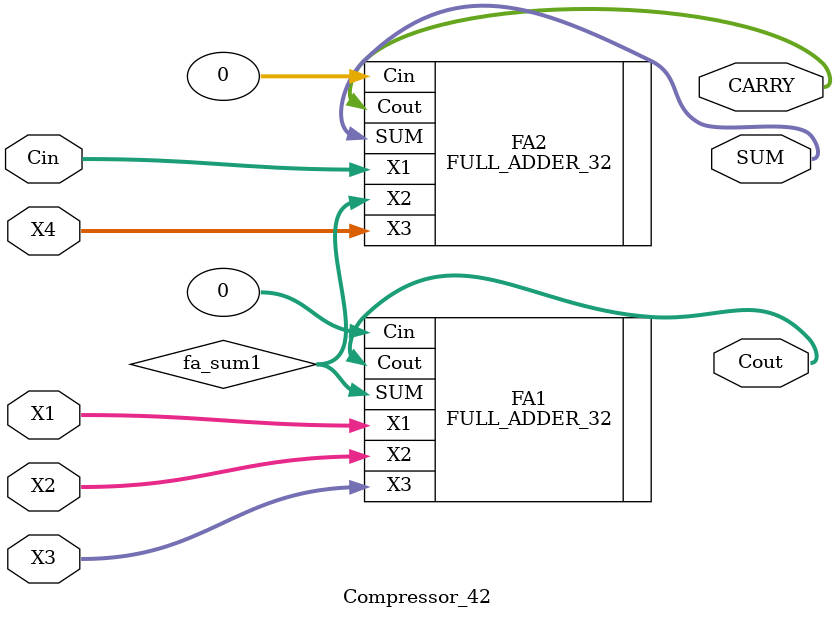
<source format=v>
module Compressor_42
(
    input [31:0] X1,
    input [31:0] X2,
    input [31:0] X3,
    input [31:0] X4,
    input [31:0] Cin,
    output [31:0]Cout,
    output [31:0] CARRY,
    output [31:0] SUM
);
    wire [31:0] fa_sum1;
    
    FULL_ADDER_32 FA1(.X1(X1), .X2(X2), .X3(X3), .Cin(0), .SUM(fa_sum1), .Cout(Cout));
    FULL_ADDER_32 FA2(.X1(Cin), .X2(fa_sum1), .X3(X4), .Cin(0), .SUM(SUM), .Cout(CARRY));

endmodule
</source>
